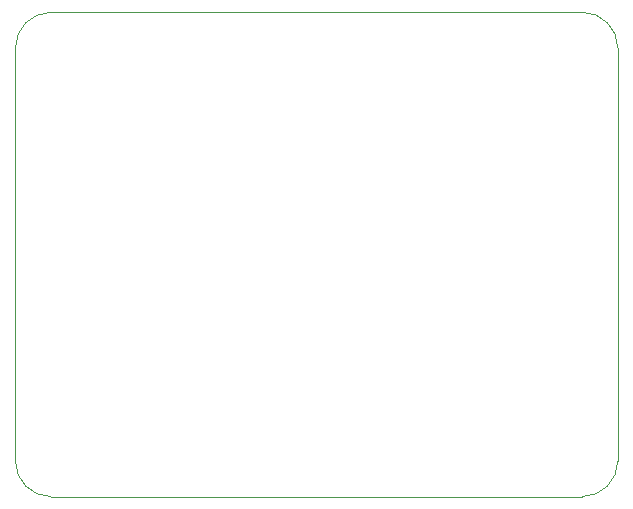
<source format=gbr>
%TF.GenerationSoftware,KiCad,Pcbnew,9.0.1*%
%TF.CreationDate,2025-06-08T22:19:25+02:00*%
%TF.ProjectId,STM32_Custom_Board,53544d33-325f-4437-9573-746f6d5f426f,rev?*%
%TF.SameCoordinates,Original*%
%TF.FileFunction,Profile,NP*%
%FSLAX46Y46*%
G04 Gerber Fmt 4.6, Leading zero omitted, Abs format (unit mm)*
G04 Created by KiCad (PCBNEW 9.0.1) date 2025-06-08 22:19:25*
%MOMM*%
%LPD*%
G01*
G04 APERTURE LIST*
%TA.AperFunction,Profile*%
%ADD10C,0.050000*%
%TD*%
G04 APERTURE END LIST*
D10*
X119000000Y-59500000D02*
X119000000Y-94500000D01*
X119000000Y-94500000D02*
G75*
G02*
X116000000Y-97500000I-3000000J0D01*
G01*
X116000000Y-56500000D02*
G75*
G02*
X119000000Y-59500000I0J-3000000D01*
G01*
X68000000Y-59500000D02*
X68000000Y-94500000D01*
X116000000Y-97500000D02*
X71000000Y-97500000D01*
X116000000Y-56500000D02*
X71000000Y-56500000D01*
X71000000Y-97500000D02*
G75*
G02*
X68000000Y-94500000I0J3000000D01*
G01*
X68000000Y-59500000D02*
G75*
G02*
X71000000Y-56500000I3000000J0D01*
G01*
M02*

</source>
